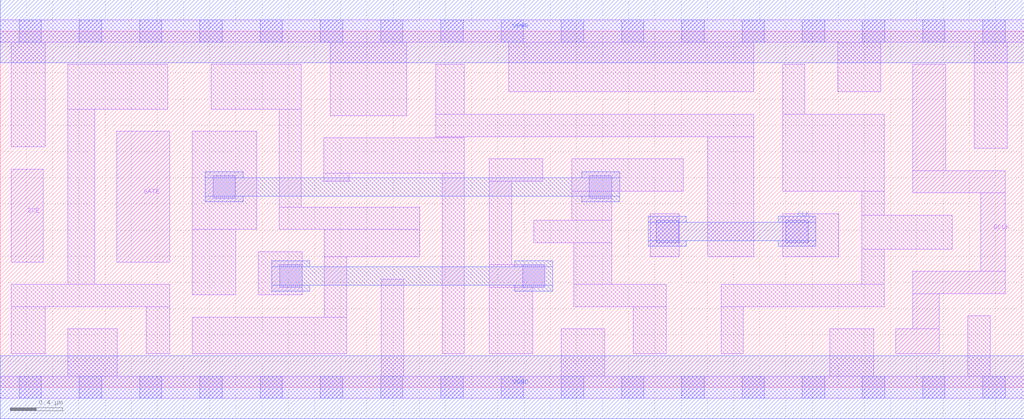
<source format=lef>
# Copyright 2020 The SkyWater PDK Authors
#
# Licensed under the Apache License, Version 2.0 (the "License");
# you may not use this file except in compliance with the License.
# You may obtain a copy of the License at
#
#     https://www.apache.org/licenses/LICENSE-2.0
#
# Unless required by applicable law or agreed to in writing, software
# distributed under the License is distributed on an "AS IS" BASIS,
# WITHOUT WARRANTIES OR CONDITIONS OF ANY KIND, either express or implied.
# See the License for the specific language governing permissions and
# limitations under the License.
#
# SPDX-License-Identifier: Apache-2.0

VERSION 5.7 ;
BUSBITCHARS "[]" ;
DIVIDERCHAR "/" ;
PROPERTYDEFINITIONS
  MACRO maskLayoutSubType STRING ;
  MACRO prCellType STRING ;
  MACRO originalViewName STRING ;
END PROPERTYDEFINITIONS
MACRO sky130_fd_sc_hdll__sdlclkp_2
  ORIGIN  0.000000  0.000000 ;
  CLASS CORE ;
  SYMMETRY X Y R90 ;
  SIZE  7.820000 BY  2.720000 ;
  SITE unithd ;
  PIN CLK
    ANTENNAGATEAREA  0.178200 ;
    DIRECTION INPUT ;
    USE SIGNAL ;
    PORT
      LAYER met1 ;
        RECT 4.950000 1.075000 5.240000 1.120000 ;
        RECT 4.950000 1.120000 6.230000 1.260000 ;
        RECT 4.950000 1.260000 5.240000 1.305000 ;
        RECT 5.940000 1.075000 6.230000 1.120000 ;
        RECT 5.940000 1.260000 6.230000 1.305000 ;
    END
  END CLK
  PIN GATE
    ANTENNAGATEAREA  0.178200 ;
    DIRECTION INPUT ;
    USE SIGNAL ;
    PORT
      LAYER li1 ;
        RECT 0.890000 0.955000 1.295000 1.955000 ;
    END
  END GATE
  PIN GCLK
    ANTENNADIFFAREA  0.498000 ;
    DIRECTION OUTPUT ;
    USE SIGNAL ;
    PORT
      LAYER li1 ;
        RECT 6.840000 0.255000 7.170000 0.445000 ;
        RECT 6.970000 0.445000 7.170000 0.715000 ;
        RECT 6.970000 0.715000 7.675000 0.885000 ;
        RECT 6.970000 1.485000 7.675000 1.655000 ;
        RECT 6.970000 1.655000 7.220000 2.465000 ;
        RECT 7.490000 0.885000 7.675000 1.485000 ;
    END
  END GCLK
  PIN SCE
    ANTENNAGATEAREA  0.178200 ;
    DIRECTION INPUT ;
    USE SIGNAL ;
    PORT
      LAYER li1 ;
        RECT 0.085000 0.955000 0.330000 1.665000 ;
    END
  END SCE
  PIN VGND
    DIRECTION INOUT ;
    USE SIGNAL ;
    PORT
      LAYER met1 ;
        RECT 0.000000 -0.240000 7.820000 0.240000 ;
    END
  END VGND
  PIN VPWR
    DIRECTION INOUT ;
    USE SIGNAL ;
    PORT
      LAYER met1 ;
        RECT 0.000000 2.480000 7.820000 2.960000 ;
    END
  END VPWR
  OBS
    LAYER li1 ;
      RECT 0.000000 -0.085000 7.820000 0.085000 ;
      RECT 0.000000  2.635000 7.820000 2.805000 ;
      RECT 0.085000  0.255000 0.345000 0.615000 ;
      RECT 0.085000  0.615000 1.295000 0.785000 ;
      RECT 0.085000  1.835000 0.345000 2.635000 ;
      RECT 0.515000  0.085000 0.895000 0.445000 ;
      RECT 0.515000  0.785000 0.720000 2.125000 ;
      RECT 0.515000  2.125000 1.280000 2.465000 ;
      RECT 1.115000  0.255000 1.295000 0.615000 ;
      RECT 1.465000  0.255000 2.645000 0.535000 ;
      RECT 1.465000  0.705000 1.800000 1.205000 ;
      RECT 1.465000  1.205000 1.960000 1.955000 ;
      RECT 1.610000  2.125000 2.300000 2.465000 ;
      RECT 1.970000  0.705000 2.305000 1.035000 ;
      RECT 2.130000  1.205000 3.205000 1.375000 ;
      RECT 2.130000  1.375000 2.300000 2.125000 ;
      RECT 2.470000  1.575000 2.665000 1.635000 ;
      RECT 2.470000  1.635000 3.545000 1.905000 ;
      RECT 2.475000  0.535000 2.645000 0.995000 ;
      RECT 2.475000  0.995000 3.205000 1.205000 ;
      RECT 2.520000  2.075000 3.105000 2.635000 ;
      RECT 2.910000  0.085000 3.080000 0.825000 ;
      RECT 3.325000  1.905000 3.545000 1.915000 ;
      RECT 3.325000  1.915000 5.755000 2.085000 ;
      RECT 3.325000  2.085000 3.545000 2.465000 ;
      RECT 3.375000  0.255000 3.545000 1.635000 ;
      RECT 3.735000  0.255000 4.065000 0.765000 ;
      RECT 3.735000  0.765000 4.160000 0.935000 ;
      RECT 3.735000  0.935000 3.905000 1.575000 ;
      RECT 3.735000  1.575000 4.145000 1.745000 ;
      RECT 3.885000  2.255000 5.755000 2.635000 ;
      RECT 4.075000  1.105000 4.670000 1.275000 ;
      RECT 4.285000  0.085000 4.615000 0.445000 ;
      RECT 4.365000  1.275000 4.670000 1.495000 ;
      RECT 4.365000  1.495000 5.215000 1.745000 ;
      RECT 4.380000  0.615000 5.085000 0.785000 ;
      RECT 4.380000  0.785000 4.670000 1.105000 ;
      RECT 4.835000  0.255000 5.085000 0.615000 ;
      RECT 4.965000  0.995000 5.185000 1.325000 ;
      RECT 5.405000  0.995000 5.755000 1.915000 ;
      RECT 5.505000  0.255000 5.675000 0.615000 ;
      RECT 5.505000  0.615000 6.750000 0.785000 ;
      RECT 5.975000  0.995000 6.405000 1.325000 ;
      RECT 5.975000  1.495000 6.750000 2.085000 ;
      RECT 5.975000  2.085000 6.145000 2.465000 ;
      RECT 6.335000  0.085000 6.670000 0.445000 ;
      RECT 6.395000  2.255000 6.725000 2.635000 ;
      RECT 6.580000  0.785000 6.750000 1.055000 ;
      RECT 6.580000  1.055000 7.270000 1.315000 ;
      RECT 6.580000  1.315000 6.750000 1.495000 ;
      RECT 7.390000  0.085000 7.560000 0.545000 ;
      RECT 7.440000  1.825000 7.690000 2.635000 ;
    LAYER mcon ;
      RECT 0.145000 -0.085000 0.315000 0.085000 ;
      RECT 0.145000  2.635000 0.315000 2.805000 ;
      RECT 0.605000 -0.085000 0.775000 0.085000 ;
      RECT 0.605000  2.635000 0.775000 2.805000 ;
      RECT 1.065000 -0.085000 1.235000 0.085000 ;
      RECT 1.065000  2.635000 1.235000 2.805000 ;
      RECT 1.525000 -0.085000 1.695000 0.085000 ;
      RECT 1.525000  2.635000 1.695000 2.805000 ;
      RECT 1.625000  1.445000 1.795000 1.615000 ;
      RECT 1.985000 -0.085000 2.155000 0.085000 ;
      RECT 1.985000  2.635000 2.155000 2.805000 ;
      RECT 2.135000  0.765000 2.305000 0.935000 ;
      RECT 2.445000 -0.085000 2.615000 0.085000 ;
      RECT 2.445000  2.635000 2.615000 2.805000 ;
      RECT 2.905000 -0.085000 3.075000 0.085000 ;
      RECT 2.905000  2.635000 3.075000 2.805000 ;
      RECT 3.365000 -0.085000 3.535000 0.085000 ;
      RECT 3.365000  2.635000 3.535000 2.805000 ;
      RECT 3.825000 -0.085000 3.995000 0.085000 ;
      RECT 3.825000  2.635000 3.995000 2.805000 ;
      RECT 3.990000  0.765000 4.160000 0.935000 ;
      RECT 4.285000 -0.085000 4.455000 0.085000 ;
      RECT 4.285000  2.635000 4.455000 2.805000 ;
      RECT 4.500000  1.445000 4.670000 1.615000 ;
      RECT 4.745000 -0.085000 4.915000 0.085000 ;
      RECT 4.745000  2.635000 4.915000 2.805000 ;
      RECT 5.010000  1.105000 5.180000 1.275000 ;
      RECT 5.205000 -0.085000 5.375000 0.085000 ;
      RECT 5.205000  2.635000 5.375000 2.805000 ;
      RECT 5.665000 -0.085000 5.835000 0.085000 ;
      RECT 5.665000  2.635000 5.835000 2.805000 ;
      RECT 6.000000  1.105000 6.170000 1.275000 ;
      RECT 6.125000 -0.085000 6.295000 0.085000 ;
      RECT 6.125000  2.635000 6.295000 2.805000 ;
      RECT 6.585000 -0.085000 6.755000 0.085000 ;
      RECT 6.585000  2.635000 6.755000 2.805000 ;
      RECT 7.045000 -0.085000 7.215000 0.085000 ;
      RECT 7.045000  2.635000 7.215000 2.805000 ;
      RECT 7.505000 -0.085000 7.675000 0.085000 ;
      RECT 7.505000  2.635000 7.675000 2.805000 ;
    LAYER met1 ;
      RECT 1.565000 1.415000 1.855000 1.460000 ;
      RECT 1.565000 1.460000 4.730000 1.600000 ;
      RECT 1.565000 1.600000 1.855000 1.645000 ;
      RECT 2.075000 0.735000 2.365000 0.780000 ;
      RECT 2.075000 0.780000 4.220000 0.920000 ;
      RECT 2.075000 0.920000 2.365000 0.965000 ;
      RECT 3.930000 0.735000 4.220000 0.780000 ;
      RECT 3.930000 0.920000 4.220000 0.965000 ;
      RECT 4.440000 1.415000 4.730000 1.460000 ;
      RECT 4.440000 1.600000 4.730000 1.645000 ;
  END
  PROPERTY maskLayoutSubType "abstract" ;
  PROPERTY prCellType "standard" ;
  PROPERTY originalViewName "layout" ;
END sky130_fd_sc_hdll__sdlclkp_2
END LIBRARY

</source>
